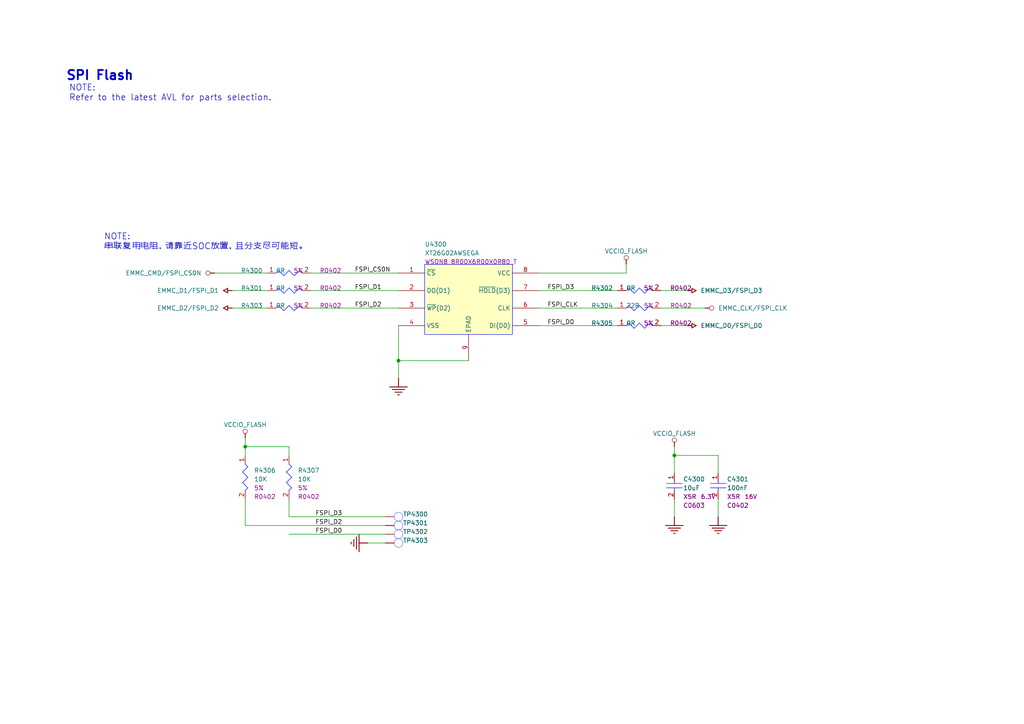
<source format=kicad_sch>
(kicad_sch (version 20250114) (generator "eeschema") (generator_version "9.0")
  (paper "User" 297.002 210.007)
  (lib_symbols
    (symbol "*:root_0_CAP NP_*" (pin_names (hide yes))
      (symbol "root_0_CAP NP_*_1_0"
        (polyline (pts (xy 0.254 -0.508) (xy 4.826 -0.508)) (stroke (width 0) (color 0 11 255 1)))
        (polyline (pts (xy 0.254 -1.778) (xy 4.826 -1.778)) (stroke (width 0) (color 0 11 255 1)))
        (polyline (pts (xy 2.54 0) (xy 2.54 -0.508)) (stroke (width 0) (color 0 11 255 1)))
        (polyline (pts (xy 2.54 -2.54) (xy 2.54 -1.778)) (stroke (width 0) (color 0 11 255 1)))
        (pin passive line (at 2.54 2.54 270) (length 2.54) (name "1") (number "1"))
        (pin passive line (at 2.54 -5.08 90) (length 2.54) (name "2") (number "2"))
      )
    )
    (symbol "*:root_0_RESISTOR_Dup1_*" (pin_names (hide yes))
      (symbol "root_0_RESISTOR_Dup1_*_1_0"
        (polyline (pts (xy 1.778 -2.286) (xy 3.302 -3.81)) (stroke (width 0) (color 0 11 255 1)))
        (polyline (pts (xy 1.778 -5.334) (xy 3.302 -6.858)) (stroke (width 0) (color 0 11 255 1)))
        (polyline (pts (xy 2.54 0) (xy 3.302 -0.762)) (stroke (width 0) (color 0 11 255 1)))
        (polyline (pts (xy 3.302 -0.762) (xy 1.778 -2.286)) (stroke (width 0) (color 0 11 255 1)))
        (polyline (pts (xy 3.302 -3.81) (xy 1.778 -5.334)) (stroke (width 0) (color 0 11 255 1)))
        (polyline (pts (xy 3.302 -6.858) (xy 2.54 -7.62)) (stroke (width 0) (color 0 11 255 1)))
        (pin passive line (at 2.54 2.54 270) (length 2.54) (name "1") (number "1"))
        (pin passive line (at 2.54 -10.16 90) (length 2.54) (name "2") (number "2"))
      )
    )
    (symbol "*:root_0_SPI_FLASH_8PIN_T_0_*"
      (symbol "root_0_SPI_FLASH_8PIN_T_0_*_1_0"
        (rectangle (start 25.4 0) (end 0 -20.32) (stroke (width 0) (color 0 11 255 1)) (fill (type background)))
        (pin passive line (at -7.62 -2.54 0) (length 7.62) (name "~{CS}") (number "1"))
        (pin passive line (at -7.62 -7.62 0) (length 7.62) (name "DO(D1)") (number "2"))
        (pin passive line (at -7.62 -12.7 0) (length 7.62) (name "~{WP}(D2)") (number "3"))
        (pin passive line (at -7.62 -17.78 0) (length 7.62) (name "VSS") (number "4"))
        (pin passive line (at 12.7 -27.94 90) (length 7.62) (name "EPAD") (number "9"))
        (pin passive line (at 33.02 -2.54 180) (length 7.62) (name "VCC") (number "8"))
        (pin passive line (at 33.02 -7.62 180) (length 7.62) (name "~{HOLD}(D3)") (number "7"))
        (pin passive line (at 33.02 -12.7 180) (length 7.62) (name "CLK") (number "6"))
        (pin passive line (at 33.02 -17.78 180) (length 7.62) (name "DI(D0)") (number "5"))
      )
    )
    (symbol "*:root_1_RESISTOR_Dup1_*" (pin_names (hide yes))
      (symbol "root_1_RESISTOR_Dup1_*_1_0"
        (polyline (pts (xy 0 2.54) (xy 0.762 3.302)) (stroke (width 0) (color 0 11 255 1)))
        (polyline (pts (xy 0.762 3.302) (xy 2.286 1.778)) (stroke (width 0) (color 0 11 255 1)))
        (polyline (pts (xy 2.286 1.778) (xy 3.81 3.302)) (stroke (width 0) (color 0 11 255 1)))
        (polyline (pts (xy 3.81 3.302) (xy 5.334 1.778)) (stroke (width 0) (color 0 11 255 1)))
        (polyline (pts (xy 5.334 1.778) (xy 6.858 3.302)) (stroke (width 0) (color 0 11 255 1)))
        (polyline (pts (xy 6.858 3.302) (xy 7.62 2.54)) (stroke (width 0) (color 0 11 255 1)))
        (pin passive line (at -2.54 2.54 0) (length 2.54) (name "1") (number "1"))
        (pin passive line (at 10.16 2.54 180) (length 2.54) (name "2") (number "2"))
      )
    )
    (symbol "*:root_1_mirrored_TP_*" (pin_numbers (hide yes)) (pin_names (hide yes))
      (symbol "root_1_mirrored_TP_*_1_0"
        (circle (center -1.27 2.54) (radius 1.27) (stroke (width 0.0254) (color 0 11 255 1)))
        (pin passive line (at -5.08 2.54 0) (length 2.54) (name "1") (number "1"))
      )
    )
    (symbol "*:root_3_TP_*" (pin_numbers (hide yes)) (pin_names (hide yes))
      (symbol "root_3_TP_*_1_0"
        (circle (center -1.27 -2.54) (radius 1.27) (stroke (width 0.0254) (color 0 11 255 1)))
        (pin passive line (at -5.08 -2.54 0) (length 2.54) (name "1") (number "1"))
      )
    )
    (symbol "RV1106G_EVB1_V11_20220401LX-altium-import:EMMC_CLK/FSPI_CLK_CIRCLE" (power)
      (property "Value" "EMMC_CLK/FSPI_CLK" (at 0 -3.81 0))
      (symbol "EMMC_CLK/FSPI_CLK_CIRCLE_0_0"
        (polyline (pts (xy 0 0) (xy 0 -1.27)) (stroke (width 0.254)))
        (circle (center 0 -1.905) (radius 0.635) (stroke (width 0.127)))
        (pin power_in line (at 0 0 0) (length 0) (hide yes) (name "EMMC_CLK/FSPI_CLK") (number ""))
      )
    )
    (symbol "RV1106G_EVB1_V11_20220401LX-altium-import:EMMC_CMD/FSPI_CS0N_CIRCLE" (power)
      (property "Value" "EMMC_CMD/FSPI_CS0N" (at 0 -3.81 0))
      (symbol "EMMC_CMD/FSPI_CS0N_CIRCLE_0_0"
        (polyline (pts (xy 0 0) (xy 0 -1.27)) (stroke (width 0.254)))
        (circle (center 0 -1.905) (radius 0.635) (stroke (width 0.127)))
        (pin power_in line (at 0 0 0) (length 0) (hide yes) (name "EMMC_CMD/FSPI_CS0N") (number ""))
      )
    )
    (symbol "RV1106G_EVB1_V11_20220401LX-altium-import:EMMC_D0/FSPI_D0_ARROW" (power)
      (property "Value" "EMMC_D0/FSPI_D0" (at 0 -3.81 0))
      (symbol "EMMC_D0/FSPI_D0_ARROW_0_0"
        (polyline (pts (xy -0.635 -1.27) (xy 0.635 -1.27) (xy 0 -2.54) (xy -0.635 -1.27)) (stroke (width 0.254)))
        (polyline (pts (xy 0 0) (xy 0 -1.27)) (stroke (width 0.254)))
        (pin power_in line (at 0 0 0) (length 0) (hide yes) (name "EMMC_D0/FSPI_D0") (number ""))
      )
    )
    (symbol "RV1106G_EVB1_V11_20220401LX-altium-import:EMMC_D1/FSPI_D1_ARROW" (power)
      (property "Value" "EMMC_D1/FSPI_D1" (at 0 -3.81 0))
      (symbol "EMMC_D1/FSPI_D1_ARROW_0_0"
        (polyline (pts (xy -0.635 -1.27) (xy 0.635 -1.27) (xy 0 -2.54) (xy -0.635 -1.27)) (stroke (width 0.254)))
        (polyline (pts (xy 0 0) (xy 0 -1.27)) (stroke (width 0.254)))
        (pin power_in line (at 0 0 0) (length 0) (hide yes) (name "EMMC_D1/FSPI_D1") (number ""))
      )
    )
    (symbol "RV1106G_EVB1_V11_20220401LX-altium-import:EMMC_D2/FSPI_D2_ARROW" (power)
      (property "Value" "EMMC_D2/FSPI_D2" (at 0 -3.81 0))
      (symbol "EMMC_D2/FSPI_D2_ARROW_0_0"
        (polyline (pts (xy -0.635 -1.27) (xy 0.635 -1.27) (xy 0 -2.54) (xy -0.635 -1.27)) (stroke (width 0.254)))
        (polyline (pts (xy 0 0) (xy 0 -1.27)) (stroke (width 0.254)))
        (pin power_in line (at 0 0 0) (length 0) (hide yes) (name "EMMC_D2/FSPI_D2") (number ""))
      )
    )
    (symbol "RV1106G_EVB1_V11_20220401LX-altium-import:EMMC_D3/FSPI_D3_ARROW" (power)
      (property "Value" "EMMC_D3/FSPI_D3" (at 0 -3.81 0))
      (symbol "EMMC_D3/FSPI_D3_ARROW_0_0"
        (polyline (pts (xy -0.635 -1.27) (xy 0.635 -1.27) (xy 0 -2.54) (xy -0.635 -1.27)) (stroke (width 0.254)))
        (polyline (pts (xy 0 0) (xy 0 -1.27)) (stroke (width 0.254)))
        (pin power_in line (at 0 0 0) (length 0) (hide yes) (name "EMMC_D3/FSPI_D3") (number ""))
      )
    )
    (symbol "RV1106G_EVB1_V11_20220401LX-altium-import:GND_POWER_GROUND" (power)
      (property "Value" "GND" (at 0 -6.35 0))
      (symbol "GND_POWER_GROUND_0_0"
        (polyline (pts (xy -2.54 -2.54) (xy 2.54 -2.54)) (stroke (width 0.254)))
        (polyline (pts (xy -1.778 -3.302) (xy 1.778 -3.302)) (stroke (width 0.254)))
        (polyline (pts (xy -1.016 -4.064) (xy 1.016 -4.064)) (stroke (width 0.254)))
        (polyline (pts (xy -0.254 -4.826) (xy 0.254 -4.826)) (stroke (width 0.254)))
        (polyline (pts (xy 0 0) (xy 0 -2.54)) (stroke (width 0.254)))
        (pin power_in line (at 0 0 0) (length 0) (hide yes) (name "GND") (number ""))
      )
    )
    (symbol "RV1106G_EVB1_V11_20220401LX-altium-import:VCCIO_FLASH_CIRCLE" (power)
      (property "Value" "VCCIO_FLASH" (at 0 -3.81 0))
      (symbol "VCCIO_FLASH_CIRCLE_0_0"
        (polyline (pts (xy 0 0) (xy 0 -1.27)) (stroke (width 0.254)))
        (circle (center 0 -1.905) (radius 0.635) (stroke (width 0.127)))
        (pin power_in line (at 0 0 0) (length 0) (hide yes) (name "VCCIO_FLASH") (number ""))
      )
    )
    (symbol "root_0_CAP NP_*_1" (pin_names (hide yes))
      (symbol "root_0_CAP NP_*_1_1_0"
        (polyline (pts (xy 0.254 -0.508) (xy 4.826 -0.508)) (stroke (width 0) (color 0 11 255 1)))
        (polyline (pts (xy 0.254 -1.778) (xy 4.826 -1.778)) (stroke (width 0) (color 0 11 255 1)))
        (polyline (pts (xy 2.54 0) (xy 2.54 -0.508)) (stroke (width 0) (color 0 11 255 1)))
        (polyline (pts (xy 2.54 -2.54) (xy 2.54 -1.778)) (stroke (width 0) (color 0 11 255 1)))
        (pin passive line (at 2.54 2.54 270) (length 2.54) (name "1") (number "1"))
        (pin passive line (at 2.54 -5.08 90) (length 2.54) (name "2") (number "2"))
      )
    )
    (symbol "root_1_RESISTOR_Dup1_*_1" (pin_names (hide yes))
      (symbol "root_1_RESISTOR_Dup1_*_1_1_0"
        (polyline (pts (xy 0 2.54) (xy 0.762 3.302)) (stroke (width 0) (color 0 11 255 1)))
        (polyline (pts (xy 0.762 3.302) (xy 2.286 1.778)) (stroke (width 0) (color 0 11 255 1)))
        (polyline (pts (xy 2.286 1.778) (xy 3.81 3.302)) (stroke (width 0) (color 0 11 255 1)))
        (polyline (pts (xy 3.81 3.302) (xy 5.334 1.778)) (stroke (width 0) (color 0 11 255 1)))
        (polyline (pts (xy 5.334 1.778) (xy 6.858 3.302)) (stroke (width 0) (color 0 11 255 1)))
        (polyline (pts (xy 6.858 3.302) (xy 7.62 2.54)) (stroke (width 0) (color 0 11 255 1)))
        (pin passive line (at -2.54 2.54 0) (length 2.54) (name "1") (number "1"))
        (pin passive line (at 10.16 2.54 180) (length 2.54) (name "2") (number "2"))
      )
    )
  )
  (text "SPI Flash" (at 19.05 23.5712 0) (effects (font (size 2.667 2.667) (thickness 0.5334) (bold yes)) (justify left bottom)))
  (text_box "NOTE:\n串联复用电阻，请靠近SOC放置，且分支尽可能短。" (at 121.666 73.6092 0) (size -92.456 -7.112) (margins 0.9525 0.9525 0.9525 0.9525) (stroke (width -0.0001) (color 0 0 0 1)) (effects (font (size 1.778 1.778)) (justify left top)))
  (text_box "NOTE:\nRefer to the latest AVL for parts selection.\n\n" (at 109.474 33.9852 0) (size -90.424 -10.668) (margins 0.9525 0.9525 0.9525 0.9525) (stroke (width -0.0001) (color 0 0 0 1)) (effects (font (size 1.778 1.778)) (justify left top)))
  (junction (at 115.57 104.5972))
  (junction (at 195.58 132.08))
  (junction (at 71.12 129.54))
  (wire (pts (xy 115.57 79.1972) (xy 90.17 79.1972)))
  (wire (pts (xy 77.47 84.2772) (xy 67.31 84.2772)))
  (wire (pts (xy 135.89 104.5972) (xy 115.57 104.5972)))
  (wire (pts (xy 115.57 104.5972) (xy 115.57 109.6772)))
  (wire (pts (xy 115.57 104.5972) (xy 115.57 94.4372)))
  (wire (pts (xy 208.28 149.86) (xy 208.28 144.78)))
  (wire (pts (xy 62.23 79.1972) (xy 77.47 79.1972)))
  (wire (pts (xy 191.77 94.4372) (xy 199.39 94.4372)))
  (wire (pts (xy 195.58 149.86) (xy 195.58 144.78)))
  (wire (pts (xy 179.07 89.3572) (xy 156.21 89.3572)))
  (wire (pts (xy 111.76 157.48) (xy 106.68 157.48)))
  (wire (pts (xy 115.57 84.2772) (xy 90.17 84.2772)))
  (wire (pts (xy 77.47 89.3572) (xy 67.31 89.3572)))
  (wire (pts (xy 208.28 132.08) (xy 195.58 132.08)))
  (wire (pts (xy 83.82 149.86) (xy 111.76 149.86)))
  (wire (pts (xy 71.12 129.54) (xy 83.82 129.54)))
  (wire (pts (xy 179.07 94.4372) (xy 156.21 94.4372)))
  (wire (pts (xy 115.57 89.3572) (xy 90.17 89.3572)))
  (wire (pts (xy 191.77 84.2772) (xy 199.39 84.2772)))
  (wire (pts (xy 195.58 132.08) (xy 195.58 129.54)))
  (wire (pts (xy 71.12 152.4) (xy 71.12 144.78)))
  (wire (pts (xy 179.07 84.2772) (xy 156.21 84.2772)))
  (wire (pts (xy 83.82 144.78) (xy 83.82 149.86)))
  (wire (pts (xy 83.82 154.94) (xy 111.76 154.94)))
  (wire (pts (xy 181.61 79.1972) (xy 181.61 76.6572)))
  (wire (pts (xy 71.12 129.54) (xy 71.12 132.08)))
  (wire (pts (xy 208.28 137.16) (xy 208.28 132.08)))
  (wire (pts (xy 156.21 79.1972) (xy 181.61 79.1972)))
  (wire (pts (xy 111.76 152.4) (xy 71.12 152.4)))
  (wire (pts (xy 71.12 127) (xy 71.12 129.54)))
  (wire (pts (xy 204.47 89.3572) (xy 191.77 89.3572)))
  (wire (pts (xy 195.58 137.16) (xy 195.58 132.08)))
  (wire (pts (xy 83.82 129.54) (xy 83.82 132.08)))
  (label "FSPI_D1" (at 102.87 84.2772 0))
  (label "FSPI_D0" (at 91.44 154.94 0))
  (label "FSPI_D2" (at 102.87 89.3572 0))
  (label "FSPI_D0" (at 158.75 94.4372 0))
  (label "FSPI_CS0N" (at 102.87 79.1972 0))
  (label "FSPI_D3" (at 158.75 84.2772 0))
  (label "FSPI_D2" (at 91.44 152.4 0))
  (label "FSPI_D3" (at 91.44 149.86 0))
  (label "FSPI_CLK" (at 158.75 89.3572 0))
  (symbol (lib_id "RV1106G_EVB1_V11_20220401LX-altium-import:VCCIO_FLASH_CIRCLE") (at 181.61 76.6572 180) (unit 1)
    (property "Reference" "#PWR?" (effects (hide yes)))
    (property "Value" "VCCIO_FLASH" (at 181.61 72.8472 0))
  )
  (symbol (lib_id "*:root_3_TP_*") (at 116.84 149.86 0) (unit 1)
    (property "Reference" "TP4301" (at 116.84 152.4 0) (effects (justify left bottom)))
    (property "Value" "TP_0.5" (effects (hide yes)))
    (property "Footprint" "TEST" (effects (hide yes)))
    (property "Description" "Test Point 0.5mm" (effects (hide yes)))
    (property "PCB FOOTPRINT" "TP_0R50" (effects (hide yes)))
    (property "CREATED BY" "JJJ" (effects (hide yes)))
    (property "PART TYPE" "TP" (effects (hide yes)))
    (property "PRIORITY" "A" (effects (hide yes)))
    (property "RK PN" "TESTPOINT_0R5" (effects (hide yes)))
  )
  (symbol (lib_id "*:root_3_TP_*") (at 116.84 154.94 0) (unit 1)
    (property "Reference" "TP4303" (at 116.84 157.48 0) (effects (justify left bottom)))
    (property "Value" "TP_0.5" (effects (hide yes)))
    (property "Footprint" "TEST" (effects (hide yes)))
    (property "Description" "Test Point 0.5mm" (effects (hide yes)))
    (property "PCB FOOTPRINT" "TP_0R50" (effects (hide yes)))
    (property "RK PN" "TESTPOINT_0R5" (effects (hide yes)))
    (property "PRIORITY" "A" (effects (hide yes)))
    (property "PART TYPE" "TP" (effects (hide yes)))
    (property "CREATED BY" "JJJ" (effects (hide yes)))
  )
  (symbol (lib_name "root_1_RESISTOR_Dup1_*_1") (lib_id "*:root_1_RESISTOR_Dup1_*") (at 181.61 91.8972 0) (unit 1)
    (property "Reference" "R4304" (at 171.45 89.3572 0) (effects (justify left bottom)))
    (property "Value" "22R" (at 181.61 89.3572 0) (effects (justify left bottom)))
    (property "Footprint" "R0402" (effects (hide yes)))
    (property "Description" "通用厚膜电阻,22R,+/-5%,R0402,1/16W." (effects (hide yes)))
    (property "PCB FOOTPRINT" "R0402" (at 194.31 89.3572 0) (effects (justify left bottom)))
    (property "TOLERANCE" "5%" (at 186.69 89.3572 0) (effects (justify left bottom)))
    (property "CREATED BY" "YTL" (effects (hide yes)))
    (property "MANUFACTURER PN" "RC0402JR-0722RL" (effects (hide yes)))
    (property "MANUFACTURER" "YAGEO" (effects (hide yes)))
    (property "WATTAGE" "1/16W" (effects (hide yes)))
    (property "PART TYPE" "通用厚膜电阻" (effects (hide yes)))
    (property "PRIORITY" "A" (effects (hide yes)))
    (property "RK PN" "RC0402JR-0722RL" (effects (hide yes)))
  )
  (symbol (lib_id "RV1106G_EVB1_V11_20220401LX-altium-import:GND_POWER_GROUND") (at 115.57 109.6772 0) (unit 1)
    (property "Reference" "#PWR?" (effects (hide yes)))
    (property "Value" "GND" (effects (hide yes)))
  )
  (symbol (lib_id "RV1106G_EVB1_V11_20220401LX-altium-import:GND_POWER_GROUND") (at 208.28 149.86 0) (unit 1)
    (property "Reference" "#PWR?" (effects (hide yes)))
    (property "Value" "GND" (effects (hide yes)))
  )
  (symbol (lib_id "RV1106G_EVB1_V11_20220401LX-altium-import:EMMC_D1/FSPI_D1_ARROW") (at 67.31 84.2772 270) (unit 1)
    (property "Reference" "#PWR?" (effects (hide yes)))
    (property "Value" "EMMC_D1/FSPI_D1" (at 63.5 84.2772 90) (effects (justify right)))
  )
  (symbol (lib_id "RV1106G_EVB1_V11_20220401LX-altium-import:EMMC_D2/FSPI_D2_ARROW") (at 67.31 89.3572 270) (unit 1)
    (property "Reference" "#PWR?" (effects (hide yes)))
    (property "Value" "EMMC_D2/FSPI_D2" (at 63.5 89.3572 90) (effects (justify right)))
  )
  (symbol (lib_id "RV1106G_EVB1_V11_20220401LX-altium-import:EMMC_CMD/FSPI_CS0N_CIRCLE") (at 62.23 79.1972 270) (unit 1)
    (property "Reference" "#PWR?" (effects (hide yes)))
    (property "Value" "EMMC_CMD/FSPI_CS0N" (at 58.42 79.1972 90) (effects (justify right)))
  )
  (symbol (lib_id "RV1106G_EVB1_V11_20220401LX-altium-import:GND_POWER_GROUND") (at 106.68 157.48 270) (unit 1)
    (property "Reference" "#PWR?" (effects (hide yes)))
    (property "Value" "GND" (effects (hide yes)))
  )
  (symbol (lib_id "*:root_1_RESISTOR_Dup1_*") (at 80.01 91.8972 0) (unit 1)
    (property "Reference" "R4303" (at 69.85 89.3572 0) (effects (justify left bottom)))
    (property "Value" "0R" (at 80.01 89.3572 0) (effects (justify left bottom)))
    (property "Footprint" "R0402" (effects (hide yes)))
    (property "Description" "通用厚膜电阻,0R,+/-5%,R0402,1/16W." (effects (hide yes)))
    (property "PCB FOOTPRINT" "R0402" (at 92.71 89.3572 0) (effects (justify left bottom)))
    (property "TOLERANCE" "5%" (at 85.09 89.3572 0) (effects (justify left bottom)))
    (property "RK PN" "RC0402JR-070RL" (effects (hide yes)))
    (property "PRIORITY" "A" (effects (hide yes)))
    (property "PART TYPE" "通用厚膜电阻" (effects (hide yes)))
    (property "WATTAGE" "1/16W" (effects (hide yes)))
    (property "MANUFACTURER" "YAGEO" (effects (hide yes)))
    (property "MANUFACTURER PN" "RC0402JR-070RL" (effects (hide yes)))
    (property "CREATED BY" "YTL" (effects (hide yes)))
  )
  (symbol (lib_id "*:root_0_CAP NP_*") (at 193.04 139.7 0) (unit 1)
    (property "Reference" "C4300" (at 198.12 139.7 0) (effects (justify left bottom)))
    (property "Value" "10uF" (at 198.12 142.24 0) (effects (justify left bottom)))
    (property "Footprint" "C0603" (effects (hide yes)))
    (property "Description" "cap,10.00uF,+/-10%,6.3V,X5R,C0603" (effects (hide yes)))
    (property "DIELECTRIC" "X5R" (at 198.12 144.78 0) (effects (justify left bottom)))
    (property "PCB FOOTPRINT" "C0603" (at 198.12 147.32 0) (effects (justify left bottom)))
    (property "VOLTAGE" "6.3V" (at 203.2 144.78 0) (effects (justify left bottom)))
    (property "RK PN" "C1608X5R0J106K080AB" (effects (hide yes)))
    (property "PRIORITY" "A" (effects (hide yes)))
    (property "PART TYPE" "C0603" (effects (hide yes)))
    (property "TOLERANCE" "10%" (effects (hide yes)))
    (property "MANUFACTURER" "TDK" (effects (hide yes)))
    (property "MANUFACTURER PN" "C1608X5R0J106K080AB" (effects (hide yes)))
    (property "CREATED BY" "JJJ" (effects (hide yes)))
  )
  (symbol (lib_id "*:root_1_RESISTOR_Dup1_*") (at 181.61 96.9772 0) (unit 1)
    (property "Reference" "R4305" (at 171.45 94.4372 0) (effects (justify left bottom)))
    (property "Value" "0R" (at 181.61 94.4372 0) (effects (justify left bottom)))
    (property "Footprint" "R0402" (effects (hide yes)))
    (property "Description" "通用厚膜电阻,0R,+/-5%,R0402,1/16W." (effects (hide yes)))
    (property "PCB FOOTPRINT" "R0402" (at 194.31 94.4372 0) (effects (justify left bottom)))
    (property "TOLERANCE" "5%" (at 186.69 94.4372 0) (effects (justify left bottom)))
    (property "RK PN" "RC0402JR-070RL" (effects (hide yes)))
    (property "PRIORITY" "A" (effects (hide yes)))
    (property "PART TYPE" "通用厚膜电阻" (effects (hide yes)))
    (property "WATTAGE" "1/16W" (effects (hide yes)))
    (property "MANUFACTURER" "YAGEO" (effects (hide yes)))
    (property "MANUFACTURER PN" "RC0402JR-070RL" (effects (hide yes)))
    (property "CREATED BY" "YTL" (effects (hide yes)))
  )
  (symbol (lib_id "*:root_0_SPI_FLASH_8PIN_T_0_*") (at 123.19 76.6572 0) (unit 1)
    (property "Reference" "U4300" (at 123.19 71.5772 0) (effects (justify left bottom)))
    (property "Value" "XT26G02AWSEGA" (at 123.19 74.1172 0) (effects (justify left bottom)))
    (property "Footprint" "WSON8_8R00X6R00X0R80_T" (effects (hide yes)))
    (property "Description" "256M-bit Serial Flash;32M-byte;1.8V Uniform Sector;Dual and Quad Serial Flash;" (effects (hide yes)))
    (property "PCB FOOTPRINT" "WSON8_8R00X6R00X0R80_T" (at 123.19 76.6572 0) (effects (justify left bottom)))
    (property "RK PN" "W25Q256JWEIQ" (effects (hide yes)))
    (property "PRIORITY" "A" (effects (hide yes)))
    (property "PART TYPE" "SPI_FLASH" (effects (hide yes)))
    (property "MANUFACTURER" "GigaDevice" (effects (hide yes)))
    (property "MANUFACTURER PN" "GD25Q256CYGR" (effects (hide yes)))
    (property "CREATED BY" "JJJ" (effects (hide yes)))
  )
  (symbol (lib_name "root_0_CAP NP_*_1") (lib_id "*:root_0_CAP NP_*") (at 205.74 139.7 0) (unit 1)
    (property "Reference" "C4301" (at 210.82 139.7 0) (effects (justify left bottom)))
    (property "Value" "100nF" (at 210.82 142.24 0) (effects (justify left bottom)))
    (property "Footprint" "C0402" (effects (hide yes)))
    (property "Description" "cap,100.00nF,+/-10%,16V,X5R,C0402" (effects (hide yes)))
    (property "DIELECTRIC" "X5R" (at 210.82 144.78 0) (effects (justify left bottom)))
    (property "PCB FOOTPRINT" "C0402" (at 210.82 147.32 0) (effects (justify left bottom)))
    (property "VOLTAGE" "16V" (at 215.9 144.78 0) (effects (justify left bottom)))
    (property "RK PN" "C1005X5R1C104K050BA" (effects (hide yes)))
    (property "PRIORITY" "A" (effects (hide yes)))
    (property "PART TYPE" "C0402" (effects (hide yes)))
    (property "TOLERANCE" "10%" (effects (hide yes)))
    (property "MANUFACTURER" "TDK" (effects (hide yes)))
    (property "MANUFACTURER PN" "C1005X5R1C104K050BA" (effects (hide yes)))
    (property "CREATED BY" "JJJ" (effects (hide yes)))
  )
  (symbol (lib_id "RV1106G_EVB1_V11_20220401LX-altium-import:GND_POWER_GROUND") (at 195.58 149.86 0) (unit 1)
    (property "Reference" "#PWR?" (effects (hide yes)))
    (property "Value" "GND" (effects (hide yes)))
  )
  (symbol (lib_id "*:root_3_TP_*") (at 116.84 152.4 0) (unit 1)
    (property "Reference" "TP4302" (at 116.84 154.94 0) (effects (justify left bottom)))
    (property "Value" "TP_0.5" (effects (hide yes)))
    (property "Footprint" "TEST" (effects (hide yes)))
    (property "Description" "Test Point 0.5mm" (effects (hide yes)))
    (property "PCB FOOTPRINT" "TP_0R50" (effects (hide yes)))
    (property "CREATED BY" "JJJ" (effects (hide yes)))
    (property "PART TYPE" "TP" (effects (hide yes)))
    (property "PRIORITY" "A" (effects (hide yes)))
    (property "RK PN" "TESTPOINT_0R5" (effects (hide yes)))
  )
  (symbol (lib_id "RV1106G_EVB1_V11_20220401LX-altium-import:EMMC_D0/FSPI_D0_ARROW") (at 199.39 94.4372 90) (unit 1)
    (property "Reference" "#PWR?" (effects (hide yes)))
    (property "Value" "EMMC_D0/FSPI_D0" (at 203.2 94.4372 90) (effects (justify right)))
  )
  (symbol (lib_id "*:root_0_RESISTOR_Dup1_*") (at 68.58 134.62 0) (unit 1)
    (property "Reference" "R4306" (at 73.66 137.16 0) (effects (justify left bottom)))
    (property "Value" "10K" (at 73.66 139.7 0) (effects (justify left bottom)))
    (property "Footprint" "R0402" (effects (hide yes)))
    (property "Description" "通用厚膜电阻,10K,+/-5%,R0402,1/16W." (effects (hide yes)))
    (property "PCB FOOTPRINT" "R0402" (at 73.66 144.78 0) (effects (justify left bottom)))
    (property "TOLERANCE" "5%" (at 73.66 142.24 0) (effects (justify left bottom)))
    (property "CREATED BY" "YTL" (effects (hide yes)))
    (property "MANUFACTURER PN" "RC0402JR-0710KL" (effects (hide yes)))
    (property "PART TYPE" "通用厚膜电阻" (effects (hide yes)))
    (property "PRIORITY" "A" (effects (hide yes)))
    (property "RK PN" "RC0402JR-0710KL" (effects (hide yes)))
    (property "WATTAGE" "1/16W" (effects (hide yes)))
    (property "MANUFACTURER" "YAGEO" (effects (hide yes)))
  )
  (symbol (lib_id "*:root_1_RESISTOR_Dup1_*") (at 80.01 86.8172 0) (unit 1)
    (property "Reference" "R4301" (at 69.85 84.2772 0) (effects (justify left bottom)))
    (property "Value" "0R" (at 80.01 84.2772 0) (effects (justify left bottom)))
    (property "Footprint" "R0402" (effects (hide yes)))
    (property "Description" "通用厚膜电阻,0R,+/-5%,R0402,1/16W." (effects (hide yes)))
    (property "PCB FOOTPRINT" "R0402" (at 92.71 84.2772 0) (effects (justify left bottom)))
    (property "TOLERANCE" "5%" (at 85.09 84.2772 0) (effects (justify left bottom)))
    (property "RK PN" "RC0402JR-070RL" (effects (hide yes)))
    (property "PRIORITY" "A" (effects (hide yes)))
    (property "PART TYPE" "通用厚膜电阻" (effects (hide yes)))
    (property "WATTAGE" "1/16W" (effects (hide yes)))
    (property "MANUFACTURER" "YAGEO" (effects (hide yes)))
    (property "MANUFACTURER PN" "RC0402JR-070RL" (effects (hide yes)))
    (property "CREATED BY" "YTL" (effects (hide yes)))
  )
  (symbol (lib_id "*:root_1_RESISTOR_Dup1_*") (at 181.61 86.8172 0) (unit 1)
    (property "Reference" "R4302" (at 171.45 84.2772 0) (effects (justify left bottom)))
    (property "Value" "0R" (at 181.61 84.2772 0) (effects (justify left bottom)))
    (property "Footprint" "R0402" (effects (hide yes)))
    (property "Description" "通用厚膜电阻,0R,+/-5%,R0402,1/16W." (effects (hide yes)))
    (property "PCB FOOTPRINT" "R0402" (at 194.31 84.2772 0) (effects (justify left bottom)))
    (property "TOLERANCE" "5%" (at 186.69 84.2772 0) (effects (justify left bottom)))
    (property "RK PN" "RC0402JR-070RL" (effects (hide yes)))
    (property "PRIORITY" "A" (effects (hide yes)))
    (property "PART TYPE" "通用厚膜电阻" (effects (hide yes)))
    (property "WATTAGE" "1/16W" (effects (hide yes)))
    (property "MANUFACTURER" "YAGEO" (effects (hide yes)))
    (property "MANUFACTURER PN" "RC0402JR-070RL" (effects (hide yes)))
    (property "CREATED BY" "YTL" (effects (hide yes)))
  )
  (symbol (lib_id "RV1106G_EVB1_V11_20220401LX-altium-import:VCCIO_FLASH_CIRCLE") (at 71.12 127 180) (unit 1)
    (property "Reference" "#PWR?" (effects (hide yes)))
    (property "Value" "VCCIO_FLASH" (at 71.12 123.19 0))
  )
  (symbol (lib_id "*:root_1_mirrored_TP_*") (at 116.84 152.4 0) (unit 1)
    (property "Reference" "TP4300" (at 116.84 149.86 0) (effects (justify left bottom)))
    (property "Value" "TP_0.5" (effects (hide yes)))
    (property "Footprint" "TEST" (effects (hide yes)))
    (property "Description" "Test Point 0.5mm" (effects (hide yes)))
    (property "PCB FOOTPRINT" "TP_0R50" (effects (hide yes)))
    (property "CREATED BY" "JJJ" (effects (hide yes)))
    (property "PART TYPE" "TP" (effects (hide yes)))
    (property "PRIORITY" "A" (effects (hide yes)))
    (property "RK PN" "TESTPOINT_0R5" (effects (hide yes)))
  )
  (symbol (lib_id "*:root_1_RESISTOR_Dup1_*") (at 80.01 81.7372 0) (unit 1)
    (property "Reference" "R4300" (at 69.85 79.1972 0) (effects (justify left bottom)))
    (property "Value" "0R" (at 80.01 79.1972 0) (effects (justify left bottom)))
    (property "Footprint" "R0402" (effects (hide yes)))
    (property "Description" "通用厚膜电阻,0R,+/-5%,R0402,1/16W." (effects (hide yes)))
    (property "PCB FOOTPRINT" "R0402" (at 92.71 79.1972 0) (effects (justify left bottom)))
    (property "TOLERANCE" "5%" (at 85.09 79.1972 0) (effects (justify left bottom)))
    (property "RK PN" "RC0402JR-070RL" (effects (hide yes)))
    (property "PRIORITY" "A" (effects (hide yes)))
    (property "PART TYPE" "通用厚膜电阻" (effects (hide yes)))
    (property "WATTAGE" "1/16W" (effects (hide yes)))
    (property "MANUFACTURER" "YAGEO" (effects (hide yes)))
    (property "MANUFACTURER PN" "RC0402JR-070RL" (effects (hide yes)))
    (property "CREATED BY" "YTL" (effects (hide yes)))
  )
  (symbol (lib_id "RV1106G_EVB1_V11_20220401LX-altium-import:VCCIO_FLASH_CIRCLE") (at 195.58 129.54 180) (unit 1)
    (property "Reference" "#PWR?" (effects (hide yes)))
    (property "Value" "VCCIO_FLASH" (at 195.58 125.73 0))
  )
  (symbol (lib_id "RV1106G_EVB1_V11_20220401LX-altium-import:EMMC_CLK/FSPI_CLK_CIRCLE") (at 204.47 89.3572 90) (unit 1)
    (property "Reference" "#PWR?" (effects (hide yes)))
    (property "Value" "EMMC_CLK/FSPI_CLK" (at 208.28 89.3572 90) (effects (justify right)))
  )
  (symbol (lib_id "RV1106G_EVB1_V11_20220401LX-altium-import:EMMC_D3/FSPI_D3_ARROW") (at 199.39 84.2772 90) (unit 1)
    (property "Reference" "#PWR?" (effects (hide yes)))
    (property "Value" "EMMC_D3/FSPI_D3" (at 203.2 84.2772 90) (effects (justify right)))
  )
  (symbol (lib_id "*:root_0_RESISTOR_Dup1_*") (at 81.28 134.62 0) (unit 1)
    (property "Reference" "R4307" (at 86.36 137.16 0) (effects (justify left bottom)))
    (property "Value" "10K" (at 86.36 139.7 0) (effects (justify left bottom)))
    (property "Footprint" "R0402" (effects (hide yes)))
    (property "Description" "通用厚膜电阻,10K,+/-5%,R0402,1/16W." (effects (hide yes)))
    (property "PCB FOOTPRINT" "R0402" (at 86.36 144.78 0) (effects (justify left bottom)))
    (property "TOLERANCE" "5%" (at 86.36 142.24 0) (effects (justify left bottom)))
    (property "MANUFACTURER" "YAGEO" (effects (hide yes)))
    (property "WATTAGE" "1/16W" (effects (hide yes)))
    (property "RK PN" "RC0402JR-0710KL" (effects (hide yes)))
    (property "PRIORITY" "A" (effects (hide yes)))
    (property "PART TYPE" "通用厚膜电阻" (effects (hide yes)))
    (property "MANUFACTURER PN" "RC0402JR-0710KL" (effects (hide yes)))
    (property "CREATED BY" "YTL" (effects (hide yes)))
  )
)
</source>
